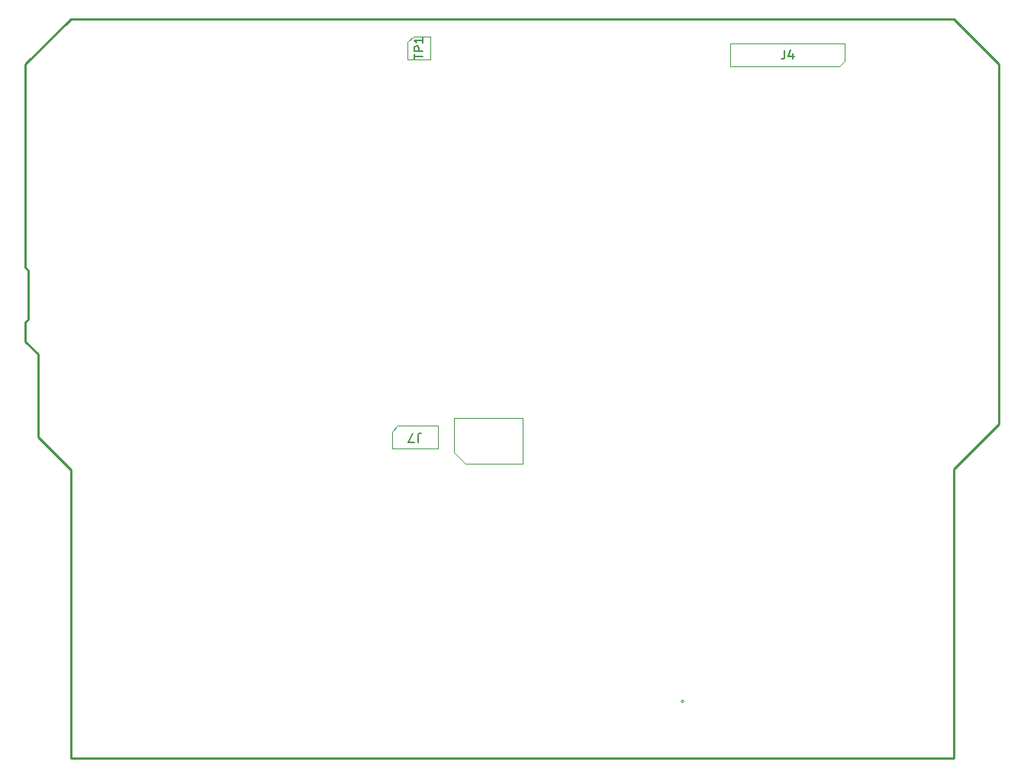
<source format=gbr>
%TF.GenerationSoftware,KiCad,Pcbnew,9.0.7*%
%TF.CreationDate,2026-02-04T15:51:41+00:00*%
%TF.ProjectId,FED3 tester 1st production aux,46454433-2074-4657-9374-657220317374,rev?*%
%TF.SameCoordinates,PX6146580PY6dc4960*%
%TF.FileFunction,AssemblyDrawing,Top*%
%FSLAX46Y46*%
G04 Gerber Fmt 4.6, Leading zero omitted, Abs format (unit mm)*
G04 Created by KiCad (PCBNEW 9.0.7) date 2026-02-04 15:51:41*
%MOMM*%
%LPD*%
G01*
G04 APERTURE LIST*
%ADD10C,0.100000*%
%ADD11C,0.150000*%
%TA.AperFunction,Profile*%
%ADD12C,0.250000*%
%TD*%
G04 APERTURE END LIST*
D10*
X68077500Y6340500D02*
G75*
G02*
X67758500Y6340500I-159500J0D01*
G01*
X67758500Y6340500D02*
G75*
G02*
X68077500Y6340500I159500J0D01*
G01*
D11*
X38554433Y35108420D02*
X38554433Y35822705D01*
X38554433Y35822705D02*
X38602052Y35965562D01*
X38602052Y35965562D02*
X38697290Y36060800D01*
X38697290Y36060800D02*
X38840147Y36108420D01*
X38840147Y36108420D02*
X38935385Y36108420D01*
X38173480Y35108420D02*
X37506814Y35108420D01*
X37506814Y35108420D02*
X37935385Y36108420D01*
X38105919Y77588096D02*
X38105919Y78159524D01*
X39105919Y77873810D02*
X38105919Y77873810D01*
X39105919Y78492858D02*
X38105919Y78492858D01*
X38105919Y78492858D02*
X38105919Y78873810D01*
X38105919Y78873810D02*
X38153538Y78969048D01*
X38153538Y78969048D02*
X38201157Y79016667D01*
X38201157Y79016667D02*
X38296395Y79064286D01*
X38296395Y79064286D02*
X38439252Y79064286D01*
X38439252Y79064286D02*
X38534490Y79016667D01*
X38534490Y79016667D02*
X38582109Y78969048D01*
X38582109Y78969048D02*
X38629728Y78873810D01*
X38629728Y78873810D02*
X38629728Y78492858D01*
X39105919Y80016667D02*
X39105919Y79445239D01*
X39105919Y79730953D02*
X38105919Y79730953D01*
X38105919Y79730953D02*
X38248776Y79635715D01*
X38248776Y79635715D02*
X38344014Y79540477D01*
X38344014Y79540477D02*
X38391633Y79445239D01*
X79226666Y78620181D02*
X79226666Y77905896D01*
X79226666Y77905896D02*
X79179047Y77763039D01*
X79179047Y77763039D02*
X79083809Y77667800D01*
X79083809Y77667800D02*
X78940952Y77620181D01*
X78940952Y77620181D02*
X78845714Y77620181D01*
X80131428Y78286848D02*
X80131428Y77620181D01*
X79893333Y78667800D02*
X79655238Y77953515D01*
X79655238Y77953515D02*
X80274285Y77953515D01*
D10*
%TO.C,J7*%
X35681100Y36288600D02*
X36316100Y36923600D01*
X35681100Y34383600D02*
X35681100Y36288600D01*
X36316100Y36923600D02*
X40761100Y36923600D01*
X40761100Y36923600D02*
X40761100Y34383600D01*
X40761100Y34383600D02*
X35681100Y34383600D01*
%TO.C,J2*%
X50189050Y32673857D02*
X43839050Y32673857D01*
X50189050Y37753857D02*
X50189050Y32673857D01*
X43839050Y32673857D02*
X42569050Y33943857D01*
X42569050Y33943857D02*
X42569050Y37753857D01*
X42569050Y37753857D02*
X50189050Y37753857D01*
%TO.C,TP1*%
X37381100Y79485000D02*
X38016100Y80120000D01*
X37381100Y77580000D02*
X37381100Y79485000D01*
X38016100Y80120000D02*
X39921100Y80120000D01*
X39921100Y80120000D02*
X39921100Y77580000D01*
X39921100Y77580000D02*
X37381100Y77580000D01*
%TO.C,J4*%
X73210000Y79345000D02*
X85910000Y79345000D01*
X73210000Y76805000D02*
X73210000Y79345000D01*
X85275000Y76805000D02*
X73210000Y76805000D01*
X85910000Y79345000D02*
X85910000Y77440000D01*
X85910000Y77440000D02*
X85275000Y76805000D01*
%TD*%
D12*
X-3600000Y35650000D02*
X-3600000Y44850000D01*
X98000000Y82050000D02*
X103000000Y77050000D01*
X-4720000Y54170000D02*
X-5000000Y54450000D01*
X-5000000Y77050000D02*
X0Y82050000D01*
X-4720000Y48730000D02*
X-4720000Y54170000D01*
X-5000000Y54450000D02*
X-5000000Y77050000D01*
X36000000Y82050000D02*
X62000000Y82050000D01*
X-5000000Y48450000D02*
X-4720000Y48730000D01*
X98000000Y32100000D02*
X98000000Y0D01*
X103000000Y37100000D02*
X98000000Y32100000D01*
X0Y32050000D02*
X-3600000Y35650000D01*
X0Y82050000D02*
X36000000Y82050000D01*
X-5000000Y46250000D02*
X-5000000Y48450000D01*
X103000000Y77050000D02*
X103000000Y37100000D01*
X98000000Y0D02*
X0Y0D01*
X0Y32050000D02*
X0Y0D01*
X-3600000Y44850000D02*
X-5000000Y46250000D01*
X62000000Y82050000D02*
X98000000Y82050000D01*
M02*

</source>
